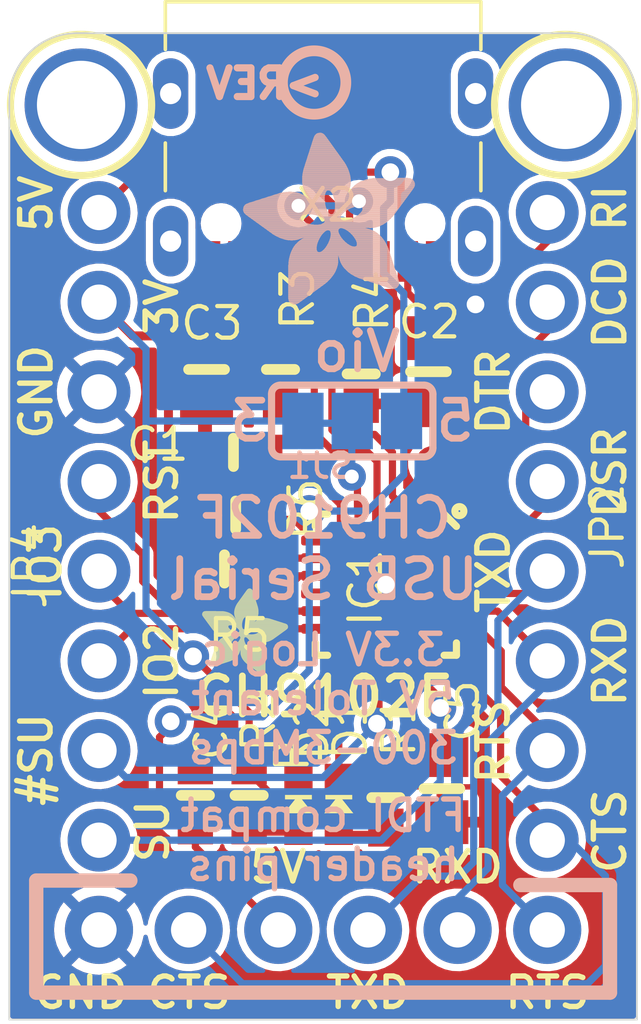
<source format=kicad_pcb>
(kicad_pcb (version 20211014) (generator pcbnew)
  (layers (0 "F.Cu" signal) (31 "B.Cu" signal) (34 "B.Paste" user) (35 "F.Paste" user) (36 "B.SilkS" user "B.Silkscreen") (37 "F.SilkS" user "F.Silkscreen") (38 "B.Mask" user) (39 "F.Mask" user) (44 "Edge.Cuts" user))
  (net 0 "")
  (net 1 "GND")
  (net 2 "VBUS")
  (net 3 "3.3V")
  (net 4 "N$1")
  (net 5 "N$5")
  (net 6 "N$6")
  (net 7 "N$7")
  (net 8 "RXD")
  (net 9 "TXD")
  (net 10 "CTS")
  (net 11 "RTS")
  (net 12 "GPIO2")
  (net 13 "GPIO3")
  (net 14 "RI")
  (net 15 "DCD")
  (net 16 "DTR")
  (net 17 "DSR")
  (net 18 "SUSP")
  (net 19 "#SUSP")
  (net 20 "RST")
  (net 21 "D+")
  (net 22 "D-")
  (net 23 "CC1")
  (net 24 "CC2")
  (net 25 "VBUS_DETECT")
  (net 26 "N$2")
  (net 27 "N$3")
  (net 28 "N$4")
  (footprint "eagleBoard:MOUNTINGHOLE_2.5_PLATED" (layer "F.Cu") (at 155.3591 93.0656)
    (fp_text reference "U$18" hide)
    (fp_text value "MOUNTINGHOLE2.5" hide)
    (pad "P$1" thru_hole circle (at 0 0) (size 3.2 3.2) (drill 2.5) (layers *.Cu *.Mask))
    (zone (net 0) (net_name "") (layer "F.Cu") (connect_pads (clearance 0)) (min_thickness 0.254)
      (keepout (tracks not_allowed) (vias not_allowed) (pads not_allowed) (copperpour not_allowed) (footprints allowed))
      (fill (thermal_gap 0.508) (thermal_bridge_width 0.508))
      (polygon (pts (xy 157.3751 93.0656) (xy 157.344472 92.715525) (xy 157.25352 92.376087) (xy 157.105007 92.0576) (xy 156.903446 91.76974) (xy 156.65496 91.521254) (xy 156.3671 91.319693) (xy 156.048613 91.17118) (xy 155.709175 91.080228) (xy 155.3591 91.0496) (xy 155.009025 91.080228) (xy 154.669587 91.17118) (xy 154.3511 91.319693) (xy 154.06324 91.521254) (xy 153.814754 91.76974) (xy 153.613193 92.0576) (xy 153.46468 92.376087) (xy 153.373728 92.715525) (xy 153.3431 93.0656) (xy 153.373728 93.415675) (xy 153.46468 93.755113) (xy 153.613193 94.0736) (xy 153.814754 94.36146) (xy 154.06324 94.609946) (xy 154.3511 94.811507) (xy 154.669587 94.96002) (xy 155.009025 95.050972) (xy 155.3591 95.0816) (xy 155.709175 95.050972) (xy 156.048613 94.96002) (xy 156.3671 94.811507) (xy 156.65496 94.609946) (xy 156.903446 94.36146) (xy 157.105007 94.0736) (xy 157.25352 93.755113) (xy 157.344472 93.415675)))
      (polygon (pts (xy 155.3431 93.0656) (xy 155.343343 93.068378) (xy 155.344065 93.071072) (xy 155.345244 93.0736) (xy 155.346843 93.075885) (xy 155.348815 93.077857) (xy 155.3511 93.079456) (xy 155.353628 93.080635) (xy 155.356322 93.081357) (xy 155.3591 93.0816) (xy 155.361878 93.081357) (xy 155.364572 93.080635) (xy 155.3671 93.079456) (xy 155.369385 93.077857) (xy 155.371357 93.075885) (xy 155.372956 93.0736) (xy 155.374135 93.071072) (xy 155.374857 93.068378) (xy 155.3751 93.0656) (xy 155.374857 93.062822) (xy 155.374135 93.060128) (xy 155.372956 93.0576) (xy 155.371357 93.055315) (xy 155.369385 93.053343) (xy 155.3671 93.051744) (xy 155.364572 93.050565) (xy 155.361878 93.049843) (xy 155.3591 93.0496) (xy 155.356322 93.049843) (xy 155.353628 93.050565) (xy 155.3511 93.051744) (xy 155.348815 93.053343) (xy 155.346843 93.055315) (xy 155.345244 93.0576) (xy 155.344065 93.060128) (xy 155.343343 93.062822)))
    )
    (zone (net 0) (net_name "") (layer "B.Cu") (connect_pads (clearance 0)) (min_thickness 0.254)
      (keepout (tracks not_allowed) (vias not_allowed) (pads not_allowed) (copperpour not_allowed) (footprints allowed))
      (fill (thermal_gap 0.508) (thermal_bridge_width 0.508))
      (polygon (pts (xy 157.3751 93.0656) (xy 157.344472 92.715525) (xy 157.25352 92.376087) (xy 157.105007 92.0576) (xy 156.903446 91.76974) (xy 156.65496 91.521254) (xy 156.3671 91.319693) (xy 156.048613 91.17118) (xy 155.709175 91.080228) (xy 155.3591 91.0496) (xy 155.009025 91.080228) (xy 154.669587 91.17118) (xy 154.3511 91.319693) (xy 154.06324 91.521254) (xy 153.814754 91.76974) (xy 153.613193 92.0576) (xy 153.46468 92.376087) (xy 153.373728 92.715525) (xy 153.3431 93.0656) (xy 153.373728 93.415675) (xy 153.46468 93.755113) (xy 153.613193 94.0736) (xy 153.814754 94.36146) (xy 154.06324 94.609946) (xy 154.3511 94.811507) (xy 154.669587 94.96002) (xy 155.009025 95.050972) (xy 155.3591 95.0816) (xy 155.709175 95.050972) (xy 156.048613 94.96002) (xy 156.3671 94.811507) (xy 156.65496 94.609946) (xy 156.903446 94.36146) (xy 157.105007 94.0736) (xy 157.25352 93.755113) (xy 157.344472 93.415675)))
      (polygon (pts (xy 155.3431 93.0656) (xy 155.343343 93.068378) (xy 155.344065 93.071072) (xy 155.345244 93.0736) (xy 155.346843 93.075885) (xy 155.348815 93.077857) (xy 155.3511 93.079456) (xy 155.353628 93.080635) (xy 155.356322 93.081357) (xy 155.3591 93.0816) (xy 155.361878 93.081357) (xy 155.364572 93.080635) (xy 155.3671 93.079456) (xy 155.369385 93.077857) (xy 155.371357 93.075885) (xy 155.372956 93.0736) (xy 155.374135 93.071072) (xy 155.374857 93.068378) (xy 155.3751 93.0656) (xy 155.374857 93.062822) (xy 155.374135 93.060128) (xy 155.372956 93.0576) (xy 155.371357 93.055315) (xy 155.369385 93.053343) (xy 155.3671 93.051744) (xy 155.364572 93.050565) (xy 155.361878 93.049843) (xy 155.3591 93.0496) (xy 155.356322 93.049843) (xy 155.353628 93.050565) (xy 155.3511 93.051744) (xy 155.348815 93.053343) (xy 155.346843 93.055315) (xy 155.345244 93.0576) (xy 155.344065 93.060128) (xy 155.343343 93.062822)))
    )
  )
  (footprint "eagleBoard:1X08_ROUND_70" (layer "F.Cu") (at 142.1511 105.0036 -90)
    (fp_text reference "JP4" (at -0.1778 1.9558 90) (layer "F.SilkS") (effects (font (size 0.896031 0.896031) (thickness 0.119969)) (justify right)))
    (fp_text value "Control")
    (pad "1" thru_hole circle (at -8.89 0) (size 1.778 1.778) (drill 1) (layers *.Cu *.Mask) (net 2 "VBUS"))
    (pad "2" thru_hole circle (at -6.35 0) (size 1.778 1.778) (drill 1) (layers *.Cu *.Mask) (net 3 "3.3V"))
    (pad "3" thru_hole circle (at -3.81 0) (size 1.778 1.778) (drill 1) (layers *.Cu *.Mask) (net 1 "GND"))
    (pad "4" thru_hole circle (at -1.27 0) (size 1.778 1.778) (drill 1) (layers *.Cu *.Mask) (net 20 "RST"))
    (pad "5" thru_hole circle (at 1.27 0) (size 1.778 1.778) (drill 1) (layers *.Cu *.Mask) (net 13 "GPIO3"))
    (pad "6" thru_hole circle (at 3.81 0) (size 1.778 1.778) (drill 1) (layers *.Cu *.Mask) (net 12 "GPIO2"))
    (pad "7" thru_hole circle (at 6.35 0) (size 1.778 1.778) (drill 1) (layers *.Cu *.Mask) (net 19 "#SUSP"))
    (pad "8" thru_hole circle (at 8.89 0) (size 1.778 1.778) (drill 1) (layers *.Cu *.Mask) (net 18 "SUSP"))
  )
  (footprint "eagleBoard:1X06_ROUND_76" (layer "F.Cu") (at 148.5011 116.4336)
    (fp_text reference "JP1" hide)
    (fp_text value "FTDI")
    (pad "1" thru_hole circle (at -6.35 0 90) (size 1.9304 1.9304) (drill 1) (layers *.Cu *.Mask) (net 1 "GND"))
    (pad "2" thru_hole circle (at -3.81 0 90) (size 1.9304 1.9304) (drill 1) (layers *.Cu *.Mask) (net 10 "CTS"))
    (pad "3" thru_hole circle (at -1.27 0 90) (size 1.9304 1.9304) (drill 1) (layers *.Cu *.Mask) (net 2 "VBUS"))
    (pad "4" thru_hole circle (at 1.27 0 90) (size 1.9304 1.9304) (drill 1) (layers *.Cu *.Mask) (net 9 "TXD"))
    (pad "5" thru_hole circle (at 3.81 0 90) (size 1.9304 1.9304) (drill 1) (layers *.Cu *.Mask) (net 8 "RXD"))
    (pad "6" thru_hole circle (at 6.35 0 90) (size 1.9304 1.9304) (drill 1) (layers *.Cu *.Mask) (net 11 "RTS"))
  )
  (footprint "eagleBoard:0805-NO" (layer "F.Cu") (at 145.1991 100.5586 -90)
    (fp_text reference "C3" (at -1.3081 0.8001) (layer "F.SilkS") (effects (font (size 0.896031 0.896031) (thickness 0.119969)) (justify left)))
    (fp_text value "10uF")
    (pad "1" smd rect (at -0.95 0 270) (size 1.24 1.5) (layers "F.Cu" "F.Paste" "F.Mask") (net 3 "3.3V"))
    (pad "2" smd rect (at 0.95 0 270) (size 1.24 1.5) (layers "F.Cu" "F.Paste" "F.Mask") (net 1 "GND"))
  )
  (footprint "eagleBoard:FIDUCIAL_1MM" (layer "F.Cu") (at 140.5001 115.0366)
    (fp_text reference "FID1" hide)
    (fp_text value "FIDUCIAL_1MM" hide)
    (pad "1" smd roundrect (at 0 0) (size 1 1) (layers "F.Cu" "F.Mask") (roundrect_rratio 0.5))
  )
  (footprint "eagleBoard:CHIPLED_0603_NOOUTLINE" (layer "F.Cu") (at 148.9456 112.8776)
    (fp_text reference "D1" (at 0.3302 -1.1938 90) (layer "F.SilkS") (effects (font (size 0.896031 0.896031) (thickness 0.119969)) (justify left)))
    (fp_text value "RED")
    (pad "A" smd rect (at 0 0.75) (size 0.8 0.8) (layers "F.Cu" "F.Paste" "F.Mask") (net 4 "N$1"))
    (pad "C" smd rect (at 0 -0.75) (size 0.8 0.8) (layers "F.Cu" "F.Paste" "F.Mask") (net 6 "N$6"))
  )
  (footprint "eagleBoard:0603-NO" (layer "F.Cu") (at 147.2946 100.5586 90)
    (fp_text reference "R3" (at 1.0414 0.4826 90) (layer "F.SilkS") (effects (font (size 0.896031 0.896031) (thickness 0.119969)) (justify left)))
    (fp_text value "5.1K")
    (pad "1" smd rect (at -0.85 0 90) (size 1.075 1) (layers "F.Cu" "F.Paste" "F.Mask") (net 1 "GND"))
    (pad "2" smd rect (at 0.85 0 90) (size 1.075 1) (layers "F.Cu" "F.Paste" "F.Mask") (net 24 "CC2"))
  )
  (footprint "eagleBoard:QFN24_4MM_SMSC" (layer "F.Cu") (at 150.2791 106.6546 -90)
    (fp_text reference "IC1" (at -1.0784 0.5782 90) (layer "F.SilkS") (effects (font (size 0.896031 0.896031) (thickness 0.119969)) (justify right)))
    (fp_text value "CH9102F")
    (pad "1" smd roundrect (at -2 -1.25 90) (size 0.8 0.28) (layers "F.Cu" "F.Paste" "F.Mask") (net 14 "RI"))
    (pad "2" smd roundrect (at -2 -0.75 90) (size 0.8 0.28) (layers "F.Cu" "F.Paste" "F.Mask") (net 1 "GND"))
    (pad "3" smd roundrect (at -2 -0.25 90) (size 0.8 0.28) (layers "F.Cu" "F.Paste" "F.Mask") (net 21 "D+"))
    (pad "4" smd roundrect (at -2 0.25 90) (size 0.8 0.28) (layers "F.Cu" "F.Paste" "F.Mask") (net 22 "D-"))
    (pad "5" smd roundrect (at -2 0.75 90) (size 0.8 0.28) (layers "F.Cu" "F.Paste" "F.Mask") (net 27 "N$3"))
    (pad "6" smd roundrect (at -2 1.25 90) (size 0.8 0.28) (layers "F.Cu" "F.Paste" "F.Mask") (net 3 "3.3V"))
    (pad "7" smd roundrect (at -1.25 2) (size 0.8 0.28) (layers "F.Cu" "F.Paste" "F.Mask") (net 2 "VBUS"))
    (pad "8" smd roundrect (at -0.75 2) (size 0.8 0.28) (layers "F.Cu" "F.Paste" "F.Mask") (net 25 "VBUS_DETECT"))
    (pad "9" smd roundrect (at -0.25 2) (size 0.8 0.28) (layers "F.Cu" "F.Paste" "F.Mask") (net 20 "RST"))
    (pad "10" smd roundrect (at 0.25 2) (size 0.8 0.28) (layers "F.Cu" "F.Paste" "F.Mask"))
    (pad "11" smd roundrect (at 0.75 2) (size 0.8 0.28) (layers "F.Cu" "F.Paste" "F.Mask") (net 13 "GPIO3"))
    (pad "12" smd roundrect (at 1.25 2) (size 0.8 0.28) (layers "F.Cu" "F.Paste" "F.Mask") (net 12 "GPIO2"))
    (pad "13" smd roundrect (at 2 1.25 270) (size 0.8 0.28) (layers "F.Cu" "F.Paste" "F.Mask") (net 7 "N$7"))
    (pad "14" smd roundrect (at 2 0.75 270) (size 0.8 0.28) (layers "F.Cu" "F.Paste" "F.Mask") (net 6 "N$6"))
    (pad "15" smd roundrect (at 2 0.25 270) (size 0.8 0.28) (layers "F.Cu" "F.Paste" "F.Mask") (net 19 "#SUSP"))
    (pad "16" smd roundrect (at 2 -0.25 270) (size 0.8 0.28) (layers "F.Cu" "F.Paste" "F.Mask") (net 26 "N$2"))
    (pad "17" smd roundrect (at 2 -0.75 270) (size 0.8 0.28) (layers "F.Cu" "F.Paste" "F.Mask") (net 18 "SUSP"))
    (pad "18" smd roundrect (at 2 -1.25 270) (size 0.8 0.28) (layers "F.Cu" "F.Paste" "F.Mask") (net 10 "CTS"))
    (pad "19" smd roundrect (at 1.25 -2 180) (size 0.8 0.28) (layers "F.Cu" "F.Paste" "F.Mask") (net 11 "RTS"))
    (pad "20" smd roundrect (at 0.75 -2 180) (size 0.8 0.28) (layers "F.Cu" "F.Paste" "F.Mask") (net 8 "RXD"))
    (pad "21" smd roundrect (at 0.25 -2 180) (size 0.8 0.28) (layers "F.Cu" "F.Paste" "F.Mask") (net 9 "TXD"))
    (pad "22" smd roundrect (at -0.25 -2 180) (size 0.8 0.28) (layers "F.Cu" "F.Paste" "F.Mask") (net 17 "DSR"))
    (pad "23" smd roundrect (at -0.75 -2 180) (size 0.8 0.28) (layers "F.Cu" "F.Paste" "F.Mask") (net 16 "DTR"))
    (pad "24" smd roundrect (at -1.25 -2 180) (size 0.8 0.28) (layers "F.Cu" "F.Paste" "F.Mask") (net 15 "DCD"))
    (pad "THERM" smd rect (at 0 0 270) (size 2.5 2.5) (layers "F.Cu" "F.Mask") (net 1 "GND"))
  )
  (footprint "eagleBoard:CHIPLED_0603_NOOUTLINE" (layer "F.Cu") (at 147.8026 112.8776)
    (fp_text reference "D2" (at 0.381 -1.1684 90) (layer "F.SilkS") (effects (font (size 0.896031 0.896031) (thickness 0.119969)) (justify left)))
    (fp_text value "GREEN")
    (pad "A" smd rect (at 0 0.75) (size 0.8 0.8) (layers "F.Cu" "F.Paste" "F.Mask") (net 5 "N$5"))
    (pad "C" smd rect (at 0 -0.75) (size 0.8 0.8) (layers "F.Cu" "F.Paste" "F.Mask") (net 7 "N$7"))
  )
  (footprint "eagleBoard:1X08_ROUND_70" (layer "F.Cu") (at 154.8511 105.0036 90)
    (fp_text reference "JP2" (at -1.2954 1.7018 90) (layer "F.SilkS") (effects (font (size 0.896031 0.896031) (thickness 0.119969)) (justify left)))
    (fp_text value "Modem")
    (pad "1" thru_hole circle (at -8.89 0 180) (size 1.778 1.778) (drill 1) (layers *.Cu *.Mask) (net 10 "CTS"))
    (pad "2" thru_hole circle (at -6.35 0 180) (size 1.778 1.778) (drill 1) (layers *.Cu *.Mask) (net 11 "RTS"))
    (pad "3" thru_hole circle (at -3.81 0 180) (size 1.778 1.778) (drill 1) (layers *.Cu *.Mask) (net 8 "RXD"))
    (pad "4" thru_hole circle (at -1.27 0 180) (size 1.778 1.778) (drill 1) (layers *.Cu *.Mask) (net 9 "TXD"))
    (pad "5" thru_hole circle (at 1.27 0 180) (size 1.778 1.778) (drill 1) (layers *.Cu *.Mask) (net 17 "DSR"))
    (pad "6" thru_hole circle (at 3.81 0 180) (size 1.778 1.778) (drill 1) (layers *.Cu *.Mask) (net 16 "DTR"))
    (pad "7" thru_hole circle (at 6.35 0 180) (size 1.778 1.778) (drill 1) (layers *.Cu *.Mask) (net 15 "DCD"))
    (pad "8" thru_hole circle (at 8.89 0 180) (size 1.778 1.778) (drill 1) (layers *.Cu *.Mask) (net 14 "RI"))
  )
  (footprint "eagleBoard:FIDUCIAL_1MM" (layer "F.Cu") (at 151.6126 103.2256)
    (fp_text reference "FID2" hide)
    (fp_text value "FIDUCIAL_1MM" hide)
    (pad "1" smd roundrect (at 0 0) (size 1 1) (layers "F.Cu" "F.Mask") (roundrect_rratio 0.5))
  )
  (footprint "eagleBoard:0603-NO" (layer "F.Cu") (at 146.4056 112.6236 90)
    (fp_text reference "R2" (at 1.1557 0.2667 90) (layer "F.SilkS") (effects (font (size 0.896031 0.896031) (thickness 0.119969)) (justify left)))
    (fp_text value "5.1K")
    (pad "1" smd rect (at -0.85 0 90) (size 1.075 1) (layers "F.Cu" "F.Paste" "F.Mask") (net 5 "N$5"))
    (pad "2" smd rect (at 0.85 0 90) (size 1.075 1) (layers "F.Cu" "F.Paste" "F.Mask") (net 3 "3.3V"))
  )
  (footprint "eagleBoard:MOUNTINGHOLE_2.5_PLATED" (layer "F.Cu") (at 141.6431 93.0656)
    (fp_text reference "U$19" hide)
    (fp_text value "MOUNTINGHOLE2.5" hide)
    (pad "P$1" thru_hole circle (at 0 0) (size 3.2 3.2) (drill 2.5) (layers *.Cu *.Mask))
    (zone (net 0) (net_name "") (layer "F.Cu") (connect_pads (clearance 0)) (min_thickness 0.254)
      (keepout (tracks not_allowed) (vias not_allowed) (pads not_allowed) (copperpour not_allowed) (footprints allowed))
      (fill (thermal_gap 0.508) (thermal_bridge_width 0.508))
      (polygon (pts (xy 143.6591 93.0656) (xy 143.628472 92.715525) (xy 143.53752 92.376087) (xy 143.389007 92.0576) (xy 143.187446 91.76974) (xy 142.93896 91.521254) (xy 142.6511 91.319693) (xy 142.332613 91.17118) (xy 141.993175 91.080228) (xy 141.6431 91.0496) (xy 141.293025 91.080228) (xy 140.953587 91.17118) (xy 140.6351 91.319693) (xy 140.34724 91.521254) (xy 140.098754 91.76974) (xy 139.897193 92.0576) (xy 139.74868 92.376087) (xy 139.657728 92.715525) (xy 139.6271 93.0656) (xy 139.657728 93.415675) (xy 139.74868 93.755113) (xy 139.897193 94.0736) (xy 140.098754 94.36146) (xy 140.34724 94.609946) (xy 140.6351 94.811507) (xy 140.953587 94.96002) (xy 141.293025 95.050972) (xy 141.6431 95.0816) (xy 141.993175 95.050972) (xy 142.332613 94.96002) (xy 142.6511 94.811507) (xy 142.93896 94.609946) (xy 143.187446 94.36146) (xy 143.389007 94.0736) (xy 143.53752 93.755113) (xy 143.628472 93.415675)))
      (polygon (pts (xy 141.6271 93.0656) (xy 141.627343 93.068378) (xy 141.628065 93.071072) (xy 141.629244 93.0736) (xy 141.630843 93.075885) (xy 141.632815 93.077857) (xy 141.6351 93.079456) (xy 141.637628 93.080635) (xy 141.640322 93.081357) (xy 141.6431 93.0816) (xy 141.645878 93.081357) (xy 141.648572 93.080635) (xy 141.6511 93.079456) (xy 141.653385 93.077857) (xy 141.655357 93.075885) (xy 141.656956 93.0736) (xy 141.658135 93.071072) (xy 141.658857 93.068378) (xy 141.6591 93.0656) (xy 141.658857 93.062822) (xy 141.658135 93.060128) (xy 141.656956 93.0576) (xy 141.655357 93.055315) (xy 141.653385 93.053343) (xy 141.6511 93.051744) (xy 141.648572 93.050565) (xy 141.645878 93.049843) (xy 141.6431 93.0496) (xy 141.640322 93.049843) (xy 141.637628 93.050565) (xy 141.6351 93.051744) (xy 141.632815 93.053343) (xy 141.630843 93.055315) (xy 141.629244 93.0576) (xy 141.628065 93.060128) (xy 141.627343 93.062822)))
    )
    (zone (net 0) (net_name "") (layer "B.Cu") (connect_pads (clearance 0)) (min_thickness 0.254)
      (keepout (tracks not_allowed) (vias not_allowed) (pads not_allowed) (copperpour not_allowed) (footprints allowed))
      (fill (thermal_gap 0.508) (thermal_bridge_width 0.508))
      (polygon (pts (xy 143.6591 93.0656) (xy 143.628472 92.715525) (xy 143.53752 92.376087) (xy 143.389007 92.0576) (xy 143.187446 91.76974) (xy 142.93896 91.521254) (xy 142.6511 91.319693) (xy 142.332613 91.17118) (xy 141.993175 91.080228) (xy 141.6431 91.0496) (xy 141.293025 91.080228) (xy 140.953587 91.17118) (xy 140.6351 91.319693) (xy 140.34724 91.521254) (xy 140.098754 91.76974) (xy 139.897193 92.0576) (xy 139.74868 92.376087) (xy 139.657728 92.715525) (xy 139.6271 93.0656) (xy 139.657728 93.415675) (xy 139.74868 93.755113) (xy 139.897193 94.0736) (xy 140.098754 94.36146) (xy 140.34724 94.609946) (xy 140.6351 94.811507) (xy 140.953587 94.96002) (xy 141.293025 95.050972) (xy 141.6431 95.0816) (xy 141.993175 95.050972) (xy 142.332613 94.96002) (xy 142.6511 94.811507) (xy 142.93896 94.609946) (xy 143.187446 94.36146) (xy 143.389007 94.0736) (xy 143.53752 93.755113) (xy 143.628472 93.415675)))
      (polygon (pts (xy 141.6271 93.0656) (xy 141.627343 93.068378) (xy 141.628065 93.071072) (xy 141.629244 93.0736) (xy 141.630843 93.075885) (xy 141.632815 93.077857) (xy 141.6351 93.079456) (xy 141.637628 93.080635) (xy 141.640322 93.081357) (xy 141.6431 93.0816) (xy 141.645878 93.081357) (xy 141.648572 93.080635) (xy 141.6511 93.079456) (xy 141.653385 93.077857) (xy 141.655357 93.075885) (xy 141.656956 93.0736) (xy 141.658135 93.071072) (xy 141.658857 93.068378) (xy 141.6591 93.0656) (xy 141.658857 93.062822) (xy 141.658135 93.060128) (xy 141.656956 93.0576) (xy 141.655357 93.055315) (xy 141.653385 93.053343) (xy 141.6511 93.051744) (xy 141.648572 93.050565) (xy 141.645878 93.049843) (xy 141.6431 93.0496) (xy 141.640322 93.049843) (xy 141.637628 93.050565) (xy 141.6351 93.051744) (xy 141.632815 93.053343) (xy 141.630843 93.055315) (xy 141.629244 93.0576) (xy 141.628065 93.060128) (xy 141.627343 93.062822)))
    )
  )
  (footprint "eagleBoard:0603-NO" (layer "F.Cu") (at 145.7071 106.2101)
    (fp_text reference "R5" (at -0.5334 1.8796) (layer "F.SilkS") (effects (font (size 0.896031 0.896031) (thickness 0.119969)) (justify left)))
    (fp_text value "47K")
    (pad "1" smd rect (at -0.85 0) (size 1.075 1) (layers "F.Cu" "F.Paste" "F.Mask") (net 1 "GND"))
    (pad "2" smd rect (at 0.85 0) (size 1.075 1) (layers "F.Cu" "F.Paste" "F.Mask") (net 25 "VBUS_DETECT"))
  )
  (footprint "eagleBoard:ADAFRUIT_2.5MM" (layer "F.Cu") (at 145.0721 109.1946)
    (fp_text reference "U$8" hide)
    (fp_text value "" hide)
  )
  (footprint "eagleBoard:USB_C_CUSB31-CFM2AX-01-X" (layer "F.Cu") (at 148.5011 95.2246 180)
    (fp_text reference "X2" (at 0.8168 -0.679) (layer "F.SilkS") (effects (font (size 0.896031 0.896031) (thickness 0.119969)) (justify left)))
    (fp_text value "USB TYPE C")
    (pad "" np_thru_hole circle (at -2.89 -1.2 180) (size 0.65 0.65) (drill 0.65) (layers *.Cu *.Mask))
    (pad "" np_thru_hole circle (at 2.89 -1.2 180) (size 0.65 0.65) (drill 0.65) (layers *.Cu *.Mask))
    (pad "A1B12" smd rect (at -3.2 -2.275 180) (size 0.575 1.15) (layers "F.Cu" "F.Mask") (net 1 "GND"))
    (pad "A4B9" smd rect (at -2.4 -2.275 180) (size 0.575 1.15) (layers "F.Cu" "F.Mask") (net 2 "VBUS"))
    (pad "A5" smd rect (at -1.25 -2.275 180) (size 0.275 1.15) (layers "F.Cu" "F.Paste" "F.Mask") (net 23 "CC1"))
    (pad "A6" smd rect (at -0.25 -2.275 180) (size 0.275 1.15) (layers "F.Cu" "F.Paste" "F.Mask") (net 21 "D+"))
    (pad "A7" smd rect (at 0.25 -2.275 180) (size 0.275 1.15) (layers "F.Cu" "F.Paste" "F.Mask") (net 22 "D-"))
    (pad "A8" smd rect (at 1.25 -2.275 180) (size 0.275 1.15) (layers "F.Cu" "F.Paste" "F.Mask"))
    (pad "B1A12" smd rect (at 3.2 -2.275 180) (size 0.575 1.15) (layers "F.Cu" "F.Mask") (net 1 "GND"))
    (pad "B4A9" smd rect (at 2.4 -2.275 180) (size 0.575 1.15) (layers "F.Cu" "F.Mask") (net 2 "VBUS"))
    (pad "B5" smd rect (at 1.75 -2.275 180) (size 0.275 1.15) (layers "F.Cu" "F.Paste" "F.Mask") (net 24 "CC2"))
    (pad "B6" smd rect (at 0.75 -2.275 180) (size 0.275 1.15) (layers "F.Cu" "F.Paste" "F.Mask") (net 21 "D+"))
    (pad "B7" smd rect (at -0.75 -2.275 180) (size 0.275 1.15) (layers "F.Cu" "F.Paste" "F.Mask") (net 22 "D-"))
    (pad "B8" smd rect (at -1.75 -2.275 180) (size 0.275 1.15) (layers "F.Cu" "F.Paste" "F.Mask"))
    (pad "M1" thru_hole oval (at -4.32 -1.7 270) (size 2 1) (drill 0.6) (layers *.Cu *.Mask))
    (pad "M2" thru_hole oval (at 4.32 -1.7 270) (size 2 1) (drill 0.6) (layers *.Cu *.Mask))
    (pad "M3" thru_hole oval (at -4.32 2.48 270) (size 2 1) (drill 0.6) (layers *.Cu *.Mask))
    (pad "M4" thru_hole oval (at 4.32 2.48 270) (size 2 1) (drill 0.6) (layers *.Cu *.Mask))
  )
  (footprint "eagleBoard:0805-NO" (layer "F.Cu") (at 151.8666 112.4331 -90)
    (fp_text reference "C5" (at -1.2446 -0.5842 90) (layer "F.SilkS") (effects (font (size 0.896031 0.896031) (thickness 0.119969)) (justify left)))
    (fp_text value "10uF")
    (pad "1" smd rect (at -0.95 0 270) (size 1.24 1.5) (layers "F.Cu" "F.Paste" "F.Mask") (net 26 "N$2"))
    (pad "2" smd rect (at 0.95 0 270) (size 1.24 1.5) (layers "F.Cu" "F.Paste" "F.Mask") (net 1 "GND"))
  )
  (footprint "eagleBoard:0603-NO" (layer "F.Cu") (at 144.8816 112.6236 90)
    (fp_text reference "C4" (at 0.9144 0.4572 90) (layer "F.SilkS") (effects (font (size 0.896031 0.896031) (thickness 0.119969)) (justify left)))
    (fp_text value "0.1uF")
    (pad "1" smd rect (at -0.85 0 90) (size 1.075 1) (layers "F.Cu" "F.Paste" "F.Mask") (net 2 "VBUS"))
    (pad "2" smd rect (at 0.85 0 90) (size 1.075 1) (layers "F.Cu" "F.Paste" "F.Mask") (net 1 "GND"))
  )
  (footprint "eagleBoard:0805-NO" (layer "F.Cu") (at 151.4856 100.6221 -90)
    (fp_text reference "C2" (at -1.4097 0.9271) (layer "F.SilkS") (effects (font (size 0.896031 0.896031) (thickness 0.119969)) (justify left)))
    (fp_text value "10uF")
    (pad "1" smd rect (at -0.95 0 270) (size 1.24 1.5) (layers "F.Cu" "F.Paste" "F.Mask") (net 2 "VBUS"))
    (pad "2" smd rect (at 0.95 0 270) (size 1.24 1.5) (layers "F.Cu" "F.Paste" "F.Mask") (net 1 "GND"))
  )
  (footprint "eagleBoard:0603-NO" (layer "F.Cu") (at 150.2791 112.6871 90)
    (fp_text reference "R1" (at 1.0795 0.3683 90) (layer "F.SilkS") (effects (font (size 0.896031 0.896031) (thickness 0.119969)) (justify left)))
    (fp_text value "5.1K")
    (pad "1" smd rect (at -0.85 0 90) (size 1.075 1) (layers "F.Cu" "F.Paste" "F.Mask") (net 4 "N$1"))
    (pad "2" smd rect (at 0.85 0 90) (size 1.075 1) (layers "F.Cu" "F.Paste" "F.Mask") (net 3 "3.3V"))
  )
  (footprint "eagleBoard:0603-NO" (layer "F.Cu") (at 146.0246 104.6861)
    (fp_text reference "R6" (at 1.9812 0.7874 90) (layer "F.SilkS") (effects (font (size 0.896031 0.896031) (thickness 0.119969)) (justify left)))
    (fp_text value "20K")
    (pad "1" smd rect (at -0.85 0) (size 1.075 1) (layers "F.Cu" "F.Paste" "F.Mask") (net 25 "VBUS_DETECT"))
    (pad "2" smd rect (at 0.85 0) (size 1.075 1) (layers "F.Cu" "F.Paste" "F.Mask") (net 2 "VBUS"))
  )
  (footprint "eagleBoard:0603-NO" (layer "F.Cu") (at 145.9611 102.9081 180)
    (fp_text reference "C1" (at 1.1938 0.2286) (layer "F.SilkS") (effects (font (size 0.896031 0.896031) (thickness 0.119969)) (justify right)))
    (fp_text value "0.1uF")
    (pad "1" smd rect (at -0.85 0 180) (size 1.075 1) (layers "F.Cu" "F.Paste" "F.Mask") (net 3 "3.3V"))
    (pad "2" smd rect (at 0.85 0 180) (size 1.075 1) (layers "F.Cu" "F.Paste" "F.Mask") (net 1 "GND"))
  )
  (footprint "eagleBoard:0603-NO" (layer "F.Cu") (at 149.5806 100.6856 90)
    (fp_text reference "R4" (at 1.1176 0.3048 90) (layer "F.SilkS") (effects (font (size 0.896031 0.896031) (thickness 0.119969)) (justify left)))
    (fp_text value "5.1K")
    (pad "1" smd rect (at -0.85 0 90) (size 1.075 1) (layers "F.Cu" "F.Paste" "F.Mask") (net 1 "GND"))
    (pad "2" smd rect (at 0.85 0 90) (size 1.075 1) (layers "F.Cu" "F.Paste" "F.Mask") (net 23 "CC1"))
  )
  (footprint "eagleBoard:PCBFEAT-REV-040" (layer "B.Cu") (at 148.2471 92.4306 180)
    (fp_text reference "U$17" hide)
    (fp_text value "" hide)
    (fp_text user ">REV" (at -0.3556 -0.508) (layer "B.SilkS") (effects (font (size 0.8128 0.8128) (thickness 0.2032)) (justify left bottom mirror)))
  )
  (footprint "eagleBoard:SOLDERJUMPER_2WAY_OPEN_NOPASTE" (layer "B.Cu") (at 149.3266 102.0191)
    (fp_text reference "SJ1" (at -1.905 1.27) (layer "B.SilkS") (effects (font (size 0.692831 0.692831) (thickness 0.119969)) (justify right mirror)))
    (fp_text value "")
    (pad "1" smd rect (at -1.397 0) (size 1.1684 1.6002) (layers "B.Cu") (net 3 "3.3V"))
    (pad "2" smd rect (at 0 0) (size 1.1684 1.6002) (layers "B.Cu") (net 27 "N$3"))
    (pad "3" smd rect (at 1.397 0) (size 1.1684 1.6002) (layers "B.Cu") (net 2 "VBUS"))
  )
  (footprint "eagleBoard:ADAFRUIT_5MM" (layer "B.Cu") (at 151.1046 98.7171 180)
    (fp_text reference "U$22" hide)
    (fp_text value "" hide)
  )
  (gr_line (start 140.3731 115.0366) (end 140.3731 118.2116) (layer "B.SilkS") (width 0.4064))
  (gr_line (start 156.6291 118.2116) (end 156.6291 115.1636) (layer "B.SilkS") (width 0.4064))
  (gr_line (start 156.6291 115.1636) (end 154.0891 115.1636) (layer "B.SilkS") (width 0.4064))
  (gr_line (start 140.3731 118.2116) (end 156.6291 118.2116) (layer "B.SilkS") (width 0.4064))
  (gr_line (start 143.0401 115.0366) (end 140.3731 115.0366) (layer "B.SilkS") (width 0.4064))
  (gr_arc (start 139.6111 92.9386) (mid 140.169062 91.591562) (end 141.5161 91.0336) (layer "Edge.Cuts") (width 0.05))
  (gr_line (start 139.6111 118.9736) (end 139.6111 92.9386) (layer "Edge.Cuts") (width 0.05))
  (gr_line (start 141.5161 91.0336) (end 155.4861 91.0336) (layer "Edge.Cuts") (width 0.05))
  (gr_line (start 157.3911 92.9386) (end 157.3911 118.9736) (layer "Edge.Cuts") (width 0.05))
  (gr_arc (start 155.4861 91.0336) (mid 156.833138 91.591562) (end 157.3911 92.9386) (layer "Edge.Cuts") (width 0.05))
  (gr_line (start 157.3911 118.9736) (end 139.6111 118.9736) (layer "Edge.Cuts") (width 0.05))
  (gr_text "3" (at 146.4056 102.0191) (layer "B.SilkS") (effects (font (size 1.0795 1.0795) (thickness 0.1905)) (justify mirror)))
  (gr_text "FTDI compat\nheader pins" (at 148.5011 113.8936) (layer "B.SilkS") (effects (font (size 0.8636 0.8636) (thickness 0.1524)) (justify mirror)))
  (gr_text "5" (at 152.2476 102.0191) (layer "B.SilkS") (effects (font (size 1.0795 1.0795) (thickness 0.1905)) (justify mirror)))
  (gr_text "CH9102F\nUSB Serial" (at 148.5011 105.6386) (layer "B.SilkS") (effects (font (size 1.0795 1.0795) (thickness 0.1905)) (justify mirror)))
  (gr_text "Vio" (at 149.4536 100.0506) (layer "B.SilkS") (effects (font (size 1.0795 1.0795) (thickness 0.1905)) (justify mirror)))
  (gr_text "3.3V Logic\n5V Tolerant\n300-3Mbps" (at 148.5011 109.8931) (layer "B.SilkS") (effects (font (size 0.8636 0.8636) (thickness 0.1524)) (justify mirror)))
  (gr_text "RXD" (at 156.6291 108.8136 90) (layer "F.SilkS") (effects (font (size 0.8636 0.8636) (thickness 0.1524))))
  (gr_text "RTS" (at 153.3271 111.0996 90) (layer "F.SilkS") (effects (font (size 0.8636 0.8636) (thickness 0.1524))))
  (gr_text "5V" (at 147.2311 114.6556) (layer "F.SilkS") (effects (font (size 0.8636 0.8636) (thickness 0.1524))))
  (gr_text "TXD" (at 149.7711 118.2116) (layer "F.SilkS") (effects (font (size 0.8636 0.8636) (thickness 0.1524))))
  (gr_text "#SU" (at 140.3731 111.6076 90) (layer "F.SilkS") (effects (font (size 0.8636 0.8636) (thickness 0.1524))))
  (gr_text "GND" (at 141.6431 118.2116) (layer "F.SilkS") (effects (font (size 0.8636 0.8636) (thickness 0.1524))))
  (gr_text "R" (at 147.1041 110.9726 90) (layer "F.SilkS") (effects (font (size 0.89408 0.89408) (thickness 0.12192)) (justify right top)))
  (gr_text "RTS" (at 154.8511 118.2116) (layer "F.SilkS") (effects (font (size 0.8636 0.8636) (thickness 0.1524))))
  (gr_text "SU" (at 143.6751 113.6396 90) (layer "F.SilkS") (effects (font (size 0.8636 0.8636) (thickness 0.1524))))
  (gr_text "T" (at 148.3741 110.9726 90) (layer "F.SilkS") (effects (font (size 0.89408 0.89408) (thickness 0.12192)) (justify right top)))
  (gr_text "DTR" (at 153.3271 101.1936 90) (layer "F.SilkS") (effects (font (size 0.8636 0.8636) (thickness 0.1524))))
  (gr_text "GND" (at 140.3731 101.1936 90) (layer "F.SilkS") (effects (font (size 0.8636 0.8636) (thickness 0.1524))))
  (gr_text "CTS" (at 144.6911 118.2116) (layer "F.SilkS") (effects (font (size 0.8636 0.8636) (thickness 0.1524))))
  (gr_text "5V" (at 140.3731 95.8596 90) (layer "F.SilkS") (effects (font (size 0.8636 0.8636) (thickness 0.1524))))
  (gr_text "RI" (at 156.6291 95.9866 90) (layer "F.SilkS") (effects (font (size 0.8636 0.8636) (thickness 0.1524))))
  (gr_text "RXD" (at 152.3111 114.6556) (layer "F.SilkS") (effects (font (size 0.8636 0.8636) (thickness 0.1524))))
  (gr_text "CH9102F" (at 148.5011 109.8296) (layer "F.SilkS") (effects (font (size 1.0795 1.0795) (thickness 0.1905))))
  (gr_text "CTS" (at 156.6291 113.6396 90) (layer "F.SilkS") (effects (font (size 0.8636 0.8636) (thickness 0.1524))))
  (gr_text "DSR" (at 156.6291 103.4796 90) (layer "F.SilkS") (effects (font (size 0.8636 0.8636) (thickness 0.1524))))
  (gr_text "DCD" (at 156.6291 98.6536 90) (layer "F.SilkS") (effects (font (size 0.8636 0.8636) (thickness 0.1524))))
  (gr_text "IO3" (at 140.6271 106.0196 90) (layer "F.SilkS") (effects (font (size 0.8636 0.8636) (thickness 0.1524))))
  (gr_text "IO2" (at 143.9291 108.8136 90) (layer "F.SilkS") (effects (font (size 0.8636 0.8636) (thickness 0.1524))))
  (gr_text "TXD" (at 153.3271 106.2736 90) (layer "F.SilkS") (effects (font (size 0.8636 0.8636) (thickness 0.1524))))
  (gr_text "3V" (at 143.9291 98.7806 90) (layer "F.SilkS") (effects (font (size 0.8636 0.8636) (thickness 0.1524))))
  (gr_text "RST" (at 143.9291 103.7336 90) (layer "F.SilkS") (effects (font (size 0.8636 0.8636) (thickness 0.1524))))
  (segment (start 152.6547 101.2571) (end 152.3397 101.5721) (width 0.3048) (layer "F.Cu") (net 1))
  (segment (start 152.3397 101.5721) (end 151.4856 101.5721) (width 0.3048) (layer "F.Cu") (net 1))
  (segment (start 151.0291 105.9046) (end 150.2791 106.6546) (width 0.254) (layer "F.Cu") (net 1))
  (segment (start 151.0291 104.6546) (end 151.0291 105.9046) (width 0.254) (layer "F.Cu") (net 1))
  (segment (start 151.7011 97.4996) (end 151.7011 97.7896) (width 0.3048) (layer "F.Cu") (net 1))
  (segment (start 152.6547 98.7432) (end 152.6547 101.2571) (width 0.3048) (layer "F.Cu") (net 1))
  (segment (start 145.3011 98.4044) (end 145.4634 98.4044) (width 0.254) (layer "F.Cu") (net 1))
  (segment (start 145.3011 97.4996) (end 145.3011 98.4044) (width 0.3048) (layer "F.Cu") (net 1))
  (segment (start 151.7011 97.7896) (end 152.6547 98.7432) (width 0.3048) (layer "F.Cu") (net 1))
  (via (at 152.8191 98.7171) (size 0.9064) (drill 0.5) (layers "F.Cu" "B.Cu") (net 1))
  (via (at 150.2791 106.6546) (size 0.9064) (drill 0.5) (layers "F.Cu" "B.Cu") (net 1))
  (segment (start 144.2711 113.4736) (end 143.8656 113.0681) (width 0.2032) (layer "F.Cu") (net 2))
  (segment (start 148.108387 104.570813) (end 147.8721 104.8071) (width 0.2032) (layer "F.Cu") (net 2))
  (segment (start 146.1011 97.4996) (end 146.006618 97.405119) (width 0.2032) (layer "F.Cu") (net 2))
  (segment (start 146.9956 104.8071) (end 146.8746 104.6861) (width 0.2032) (layer "F.Cu") (net 2))
  (segment (start 145.1991 94.7166) (end 143.5481 94.7166) (width 0.2032) (layer "F.Cu") (net 2))
  (segment (start 146.2917 96.706519) (end 146.2917 95.8092) (width 0.2032) (layer "F.Cu") (net 2))
  (segment (start 147.6816 104.8071) (end 146.9956 104.8071) (width 0.2032) (layer "F.Cu") (net 2))
  (segment (start 146.006618 96.9916) (end 146.006618 97.405119) (width 0.2032) (layer "F.Cu") (net 2))
  (segment (start 151.4856 98.9711) (end 151.4856 99.6721) (width 0.2032) (layer "F.Cu") (net 2))
  (segment (start 150.9011 98.3866) (end 151.4856 98.9711) (width 0.2032) (layer "F.Cu") (net 2))
  (segment (start 150.7105 95.2115) (end 150.4696 94.9706) (width 0.2032) (layer "F.Cu") (net 2))
  (segment (start 147.2311 116.4336) (end 144.8816 114.0841) (width 0.2032) (layer "F.Cu") (net 2))
  (segment (start 143.5481 94.7166) (end 142.1511 96.1136) (width 0.2032) (layer "F.Cu") (net 2))
  (segment (start 143.8656 110.9726) (end 143.8656 113.0681) (width 0.2032) (layer "F.Cu") (net 2))
  (segment (start 144.1831 110.6551) (end 143.8656 110.9726) (width 0.2032) (layer "F.Cu") (net 2))
  (segment (start 148.108387 104.570813) (end 147.77685 104.90235) (width 0.2032) (layer "F.Cu") (net 2))
  (segment (start 148.2791 105.4046) (end 147.77685 104.90235) (width 0.2032) (layer "F.Cu") (net 2))
  (segment (start 150.7105 97.309) (end 150.9011 97.4996) (width 0.2032) (layer "F.Cu") (net 2))
  (segment (start 144.8816 113.4736) (end 144.2711 113.4736) (width 0.2032) (layer "F.Cu") (net 2))
  (segment (start 146.2917 95.8092) (end 145.1991 94.7166) (width 0.2032) (layer "F.Cu") (net 2))
  (segment (start 145.1991 94.7166) (end 149.2631 94.7166) (width 0.2032) (layer "F.Cu") (net 2))
  (segment (start 147.8721 104.8071) (end 147.6816 104.8071) (width 0.2032) (layer "F.Cu") (net 2))
  (segment (start 150.4061 94.9706) (end 150.4696 94.9706) (width 0.2032) (layer "F.Cu") (net 2))
  (segment (start 150.7105 95.2115) (end 150.7105 97.309) (width 0.2032) (layer "F.Cu") (net 2))
  (segment (start 149.5171 94.9706) (end 149.2631 94.7166) (width 0.2032) (layer "F.Cu") (net 2))
  (segment (start 150.4061 94.9706) (end 149.5171 94.9706) (width 0.2032) (layer "F.Cu") (net 2))
  (segment (start 150.9011 97.4996) (end 150.9011 98.3866) (width 0.2032) (layer "F.Cu") (net 2))
  (segment (start 146.006618 96.9916) (end 146.2917 96.706519) (width 0.2032) (layer "F.Cu") (net 2))
  (segment (start 144.8816 114.0841) (end 144.8816 113.4736) (width 0.2032) (layer "F.Cu") (net 2))
  (segment (start 144.1831 110.5281) (end 144.1831 110.6551) (width 0.2032) (layer "F.Cu") (net 2))
  (via (at 150.4061 94.9706) (size 0.9064) (drill 0.5) (layers "F.Cu" "B.Cu") (net 2))
  (via (at 148.108387 104.570813) (size 0.9064) (drill 0.5) (layers "F.Cu" "B.Cu") (net 2))
  (via (at 144.1831 110.5281) (size 0.9064) (drill 0.5) (layers "F.Cu" "B.Cu") (net 2))
  (segment (start 150.4061 95.7961) (end 150.2156 95.9866) (width 0.2032) (layer "B.Cu") (net 2))
  (segment (start 150.4061 95.7961) (end 150.4061 94.9706) (width 0.2032) (layer "B.Cu") (net 2))
  (segment (start 150.7871 98.3996) (end 150.7871 102.0191) (width 0.2032) (layer "B.Cu") (net 2))
  (segment (start 148.108387 109.079313) (end 146.7866 110.4011) (width 0.2032) (layer "B.Cu") (net 2))
  (segment (start 150.7871 102.0191) (end 150.7871 103.5431) (width 0.2032) (layer "B.Cu") (net 2))
  (segment (start 148.108387 104.570813) (end 149.759387 104.570813) (width 0.2032) (layer "B.Cu") (net 2))
  (segment (start 148.108387 109.079313) (end 148.108387 104.570813) (width 0.2032) (layer "B.Cu") (net 2))
  (segment (start 150.2156 95.9866) (end 150.2156 97.8281) (width 0.2032) (layer "B.Cu") (net 2))
  (segment (start 150.7871 103.5431) (end 149.759387 104.570813) (width 0.2032) (layer "B.Cu") (net 2))
  (segment (start 146.7866 110.4011) (end 144.3101 110.4011) (width 0.2032) (layer "B.Cu") (net 2))
  (segment (start 150.7871 98.3996) (end 150.2156 97.8281) (width 0.2032) (layer "B.Cu") (net 2))
  (segment (start 150.7236 102.0191) (end 150.7871 102.0191) (width 0.2032) (layer "B.Cu") (net 2))
  (segment (start 144.1831 110.5281) (end 144.3101 110.4011) (width 0.2032) (layer "B.Cu") (net 2))
  (segment (start 149.0291 104.6546) (end 149.0291 104.383625) (width 0.254) (layer "F.Cu") (net 3))
  (segment (start 146.8111 103.4161) (end 146.4301 103.7971) (width 0.254) (layer "F.Cu") (net 3))
  (segment (start 150.2791 111.8371) (end 150.2791 112.06165) (width 0.2032) (layer "F.Cu") (net 3))
  (segment (start 146.4056 111.7736) (end 146.4056 110.2741) (width 0.2032) (layer "F.Cu") (net 3))
  (segment (start 144.1196 103.6066) (end 144.1196 99.6086) (width 0.254) (layer "F.Cu") (net 3))
  (segment (start 146.4056 111.7736) (end 146.4056 111.9704) (width 0.2032) (layer "F.Cu") (net 3))
  (segment (start 145.1991 99.6086) (end 144.1196 99.6086) (width 0.254) (layer "F.Cu") (net 3))
  (segment (start 147.3191 103.7336) (end 146.8111 103.2256) (width 0.254) (layer "F.Cu") (net 3))
  (segment (start 146.8111 103.2256) (end 146.8111 102.9081) (width 0.254) (layer "F.Cu") (net 3))
  (segment (start 146.4056 110.2741) (end 144.8181 108.6866) (width 0.2032) (layer "F.Cu") (net 3))
  (segment (start 147.3581 112.9229) (end 149.41785 112.9229) (width 0.2032) (layer "F.Cu") (net 3))
  (segment (start 150.2791 112.06165) (end 149.41785 112.9229) (width 0.2032) (layer "F.Cu") (net 3))
  (segment (start 143.1061 99.6086) (end 142.1511 98.6536) (width 0.254) (layer "F.Cu") (net 3))
  (segment (start 149.0291 104.383625) (end 148.379075 103.7336) (width 0.254) (layer "F.Cu") (net 3))
  (segment (start 146.4301 103.7971) (end 144.3101 103.7971) (width 0.254) (layer "F.Cu") (net 3))
  (segment (start 148.379075 103.7336) (end 147.3191 103.7336) (width 0.254) (layer "F.Cu") (net 3))
  (segment (start 144.1196 99.6086) (end 143.1061 99.6086) (width 0.254) (layer "F.Cu") (net 3))
  (segment (start 144.3101 103.7971) (end 144.1196 103.6066) (width 0.254) (layer "F.Cu") (net 3))
  (segment (start 146.8111 102.9081) (end 146.8111 103.4161) (width 0.254) (layer "F.Cu") (net 3))
  (segment (start 147.3581 112.9229) (end 146.4056 111.9704) (width 0.2032) (layer "F.Cu") (net 3))
  (via (at 144.8181 108.6866) (size 0.9064) (drill 0.5) (layers "F.Cu" "B.Cu") (net 3))
  (segment (start 143.547193 102.0191) (end 143.4846 101.956507) (width 0.2032) (layer "B.Cu") (net 3))
  (segment (start 144.8181 108.6866) (end 143.4846 107.3531) (width 0.2032) (layer "B.Cu") (net 3))
  (segment (start 143.4846 99.9871) (end 142.1511 98.6536) (width 0.2032) (layer "B.Cu") (net 3))
  (segment (start 143.4846 101.956507) (end 143.4846 107.3531) (width 0.2032) (layer "B.Cu") (net 3))
  (segment (start 143.4846 99.9871) (end 143.4846 101.956507) (width 0.2032) (layer "B.Cu") (net 3))
  (segment (start 147.9296 102.0191) (end 143.547193 102.0191) (width 0.2032) (layer "B.Cu") (net 3))
  (segment (start 150.2791 113.5371) (end 150.0886 113.7276) (width 0.2032) (layer "F.Cu") (net 4))
  (segment (start 148.9456 113.6276) (end 149.0456 113.7276) (width 0.2032) (layer "F.Cu") (net 4))
  (segment (start 150.0886 113.7276) (end 149.0456 113.7276) (width 0.2032) (layer "F.Cu") (net 4))
  (segment (start 146.5961 113.6641) (end 146.4056 113.4736) (width 0.2032) (layer "F.Cu") (net 5))
  (segment (start 147.8026 113.6276) (end 147.7661 113.6641) (width 0.2032) (layer "F.Cu") (net 5))
  (segment (start 147.7661 113.6641) (end 146.5961 113.6641) (width 0.2032) (layer "F.Cu") (net 5))
  (segment (start 149.4656 109.1626) (end 149.4656 109.3216) (width 0.2032) (layer "F.Cu") (net 6))
  (segment (start 149.4656 109.3216) (end 148.9456 109.8416) (width 0.2032) (layer "F.Cu") (net 6))
  (segment (start 149.5291 108.6546) (end 149.5291 109.0991) (width 0.2032) (layer "F.Cu") (net 6))
  (segment (start 149.5291 109.0991) (end 149.4656 109.1626) (width 0.2032) (layer "F.Cu") (net 6))
  (segment (start 148.9456 112.1276) (end 148.9456 109.8416) (width 0.2032) (layer "F.Cu") (net 6))
  (segment (start 149.0291 108.6546) (end 149.0291 109.1111) (width 0.2032) (layer "F.Cu") (net 7))
  (segment (start 149.0291 109.1111) (end 147.8026 110.3376) (width 0.2032) (layer "F.Cu") (net 7))
  (segment (start 147.8026 110.3376) (end 147.8026 112.1276) (width 0.2032) (layer "F.Cu") (net 7))
  (segment (start 152.2791 107.4046) (end 153.4421 107.4046) (width 0.2032) (layer "F.Cu") (net 8))
  (segment (start 153.4421 107.4046) (end 154.8511 108.8136) (width 0.2032) (layer "F.Cu") (net 8))
  (segment (start 154.8511 109.4486) (end 154.8511 108.8136) (width 0.2032) (layer "B.Cu") (net 8))
  (segment (start 152.3111 116.4336) (end 152.3111 115.5446) (width 0.2032) (layer "B.Cu") (net 8))
  (segment (start 152.3111 115.5446) (end 153.1747 114.681) (width 0.2032) (layer "B.Cu") (net 8))
  (segment (start 153.1747 111.125) (end 154.8511 109.4486) (width 0.2032) (layer "B.Cu") (net 8))
  (segment (start 153.1747 114.681) (end 153.1747 111.125) (width 0.2032) (layer "B.Cu") (net 8))
  (segment (start 154.2201 106.9046) (end 154.8511 106.2736) (width 0.2032) (layer "F.Cu") (net 9))
  (segment (start 152.2791 106.9046) (end 154.2201 106.9046) (width 0.2032) (layer "F.Cu") (net 9))
  (segment (start 153.4541 107.6706) (end 154.8511 106.2736) (width 0.2032) (layer "B.Cu") (net 9))
  (segment (start 152.371362 114.9096) (end 152.7683 114.512663) (width 0.2032) (layer "B.Cu") (net 9))
  (segment (start 153.4541 110.270863) (end 153.4541 107.6706) (width 0.2032) (layer "B.Cu") (net 9))
  (segment (start 152.7683 110.956663) (end 153.4541 110.270863) (width 0.2032) (layer "B.Cu") (net 9))
  (segment (start 152.7683 114.512663) (end 152.7683 110.956663) (width 0.2032) (layer "B.Cu") (net 9))
  (segment (start 149.7711 116.4336) (end 151.2951 114.9096) (width 0.2032) (layer "B.Cu") (net 9))
  (segment (start 151.2951 114.9096) (end 152.371362 114.9096) (width 0.2032) (layer "B.Cu") (net 9))
  (segment (start 151.7831 108.5276) (end 151.6561 108.5276) (width 0.2032) (layer "F.Cu") (net 10))
  (segment (start 153.5303 110.2748) (end 151.7831 108.5276) (width 0.2032) (layer "F.Cu") (net 10))
  (segment (start 153.5303 112.0648) (end 154.8511 113.3856) (width 0.2032) (layer "F.Cu") (net 10))
  (segment (start 153.5303 110.2748) (end 153.5303 112.0648) (width 0.2032) (layer "F.Cu") (net 10))
  (segment (start 154.8511 113.3856) (end 154.8511 113.8936) (width 0.2032) (layer "F.Cu") (net 10))
  (segment (start 151.5291 108.6546) (end 151.6561 108.5276) (width 0.2032) (layer "F.Cu") (net 10))
  (segment (start 144.6911 116.4336) (end 146.2151 117.9576) (width 0.2032) (layer "B.Cu") (net 10))
  (segment (start 155.9941 117.9576) (end 156.5021 117.4496) (width 0.2032) (layer "B.Cu") (net 10))
  (segment (start 146.2151 117.9576) (end 155.9941 117.9576) (width 0.2032) (layer "B.Cu") (net 10))
  (segment (start 156.5021 117.4496) (end 156.5021 114.9096) (width 0.2032) (layer "B.Cu") (net 10))
  (segment (start 156.5021 114.9096) (end 155.4861 113.8936) (width 0.2032) (layer "B.Cu") (net 10))
  (segment (start 155.4861 113.8936) (end 154.8511 113.8936) (width 0.2032) (layer "B.Cu") (net 10))
  (segment (start 153.5491 108.5396) (end 153.5491 109.5556) (width 0.2032) (layer "F.Cu") (net 11))
  (segment (start 154.8511 110.8576) (end 153.5491 109.5556) (width 0.2032) (layer "F.Cu") (net 11))
  (segment (start 153.5491 108.5396) (end 152.9141 107.9046) (width 0.2032) (layer "F.Cu") (net 11))
  (segment (start 154.8511 110.8576) (end 154.8511 111.3536) (width 0.2032) (layer "F.Cu") (net 11))
  (segment (start 152.2791 107.9046) (end 152.9141 107.9046) (width 0.2032) (layer "F.Cu") (net 11))
  (segment (start 153.5811 112.6236) (end 154.8511 111.3536) (width 0.2032) (layer "B.Cu") (net 11))
  (segment (start 154.8511 116.4336) (end 153.5811 115.1636) (width 0.2032) (layer "B.Cu") (net 11))
  (segment (start 153.5811 115.1636) (end 153.5811 112.6236) (width 0.2032) (layer "B.Cu") (net 11))
  (segment (start 148.2791 107.9046) (end 143.0601 107.9046) (width 0.2032) (layer "F.Cu") (net 12))
  (segment (start 143.0601 107.9046) (end 142.1511 108.8136) (width 0.2032) (layer "F.Cu") (net 12))
  (segment (start 147.6441 107.4681) (end 143.0281 107.4681) (width 0.2032) (layer "F.Cu") (net 13))
  (segment (start 148.2791 107.4046) (end 147.7076 107.4046) (width 0.2032) (layer "F.Cu") (net 13))
  (segment (start 143.0281 107.4681) (end 142.1511 106.5911) (width 0.2032) (layer "F.Cu") (net 13))
  (segment (start 142.1511 106.2736) (end 142.1511 106.5911) (width 0.2032) (layer "F.Cu") (net 13))
  (segment (start 147.7076 107.4046) (end 147.6441 107.4681) (width 0.2032) (layer "F.Cu") (net 13))
  (segment (start 152.7356 104.2101) (end 152.2911 104.6546) (width 0.2032) (layer "F.Cu") (net 14))
  (segment (start 152.2911 104.6546) (end 151.5291 104.6546) (width 0.2032) (layer "F.Cu") (net 14))
  (segment (start 153.6164 98.1738) (end 153.6164 100.056832) (width 0.2032) (layer "F.Cu") (net 14))
  (segment (start 154.8511 96.9391) (end 153.6164 98.1738) (width 0.2032) (layer "F.Cu") (net 14))
  (segment (start 153.6164 100.056832) (end 153.2389 100.434332) (width 0.2032) (layer "F.Cu") (net 14))
  (segment (start 153.2389 102.3613) (end 152.7356 102.8646) (width 0.2032) (layer "F.Cu") (net 14))
  (segment (start 153.2389 100.434332) (end 153.2389 102.3613) (width 0.2032) (layer "F.Cu") (net 14))
  (segment (start 154.8511 96.1136) (end 154.8511 96.9391) (width 0.2032) (layer "F.Cu") (net 14))
  (segment (start 152.7356 102.8646) (end 152.7356 104.2101) (width 0.2032) (layer "F.Cu") (net 14))
  (segment (start 153.6453 102.593138) (end 153.6453 100.6856) (width 0.2032) (layer "F.Cu") (net 15))
  (segment (start 153.1681 104.7696) (end 152.5331 105.4046) (width 0.2032) (layer "F.Cu") (net 15))
  (segment (start 153.1681 103.070338) (end 153.6453 102.593138) (width 0.2032) (layer "F.Cu") (net 15))
  (segment (start 153.1681 103.070338) (end 153.1681 104.7696) (width 0.2032) (layer "F.Cu") (net 15))
  (segment (start 154.8511 98.6536) (end 154.8511 99.4798) (width 0.2032) (layer "F.Cu") (net 15))
  (segment (start 152.2791 105.4046) (end 152.5331 105.4046) (width 0.2032) (layer "F.Cu") (net 15))
  (segment (start 154.8511 99.4798) (end 153.6453 100.6856) (width 0.2032) (layer "F.Cu") (net 15))
  (segment (start 152.2791 105.9046) (end 152.6601 105.9046) (width 0.2032) (layer "F.Cu") (net 16))
  (segment (start 152.7153 105.8494) (end 152.6601 105.9046) (width 0.2032) (layer "F.Cu") (net 16))
  (segment (start 153.6189 103.194275) (end 154.2422 102.570975) (width 0.2032) (layer "F.Cu") (net 16))
  (segment (start 154.2422 102.570975) (end 154.2422 101.3841) (width 0.2032) (layer "F.Cu") (net 16))
  (segment (start 153.6189 104.99485) (end 153.6189 103.194275) (width 0.2032) (layer "F.Cu") (net 16))
  (segment (start 154.2422 101.3841) (end 154.4327 101.1936) (width 0.2032) (layer "F.Cu") (net 16))
  (segment (start 152.76435 105.8494) (end 153.6189 104.99485) (width 0.2032) (layer "F.Cu") (net 16))
  (segment (start 152.7153 105.8494) (end 152.76435 105.8494) (width 0.2032) (layer "F.Cu") (net 16))
  (segment (start 154.4327 101.1936) (end 154.8511 101.1936) (width 0.2032) (layer "F.Cu") (net 16))
  (segment (start 152.2791 106.4046) (end 152.783887 106.4046) (width 0.2032) (layer "F.Cu") (net 17))
  (segment (start 154.8511 103.7336) (end 154.8511 104.337388) (width 0.2032) (layer "F.Cu") (net 17))
  (segment (start 152.783887 106.4046) (end 154.8511 104.337388) (width 0.2032) (layer "F.Cu") (net 17))
  (segment (start 151.0291 108.6546) (end 151.0843 108.7098) (width 0.2032) (layer "F.Cu") (net 18))
  (segment (start 151.0843 108.7098) (end 151.0843 109.13985) (width 0.2032) (layer "F.Cu") (net 18))
  (segment (start 151.0843 109.13985) (end 151.8198 109.87535) (width 0.2032) (layer "F.Cu") (net 18))
  (segment (start 151.8198 109.87535) (end 151.8198 110.1471) (width 0.2032) (layer "F.Cu") (net 18))
  (via (at 151.8198 110.1471) (size 0.9064) (drill 0.5) (layers "F.Cu" "B.Cu") (net 18))
  (segment (start 142.1511 113.8936) (end 150.1521 113.8936) (width 0.2032) (layer "B.Cu") (net 18))
  (segment (start 150.1521 113.8936) (end 151.8198 112.2259) (width 0.2032) (layer "B.Cu") (net 18))
  (segment (start 151.8198 110.1471) (end 151.8198 112.2259) (width 0.2032) (layer "B.Cu") (net 18))
  (segment (start 150.0291 108.6546) (end 150.0843 108.7098) (width 0.2032) (layer "F.Cu") (net 19))
  (segment (start 150.0251 110.5916) (end 150.0843 110.5324) (width 0.2032) (layer "F.Cu") (net 19))
  (segment (start 150.0843 108.7098) (end 150.0843 110.5324) (width 0.2032) (layer "F.Cu") (net 19))
  (via (at 150.0251 110.5916) (size 0.9064) (drill 0.5) (layers "F.Cu" "B.Cu") (net 19))
  (segment (start 150.0251 110.5916) (end 148.5011 112.1156) (width 0.2032) (layer "B.Cu") (net 19))
  (segment (start 142.9131 112.1156) (end 142.1511 111.3536) (width 0.2032) (layer "B.Cu") (net 19))
  (segment (start 148.5011 112.1156) (end 142.9131 112.1156) (width 0.2032) (layer "B.Cu") (net 19))
  (segment (start 148.2791 106.4046) (end 147.8346 106.4046) (width 0.2032) (layer "F.Cu") (net 20))
  (segment (start 147.1996 107.0396) (end 147.8346 106.4046) (width 0.2032) (layer "F.Cu") (net 20))
  (segment (start 142.1511 104.5591) (end 143.38935 105.79735) (width 0.2032) (layer "F.Cu") (net 20))
  (segment (start 142.1511 103.7336) (end 142.1511 104.5591) (width 0.2032) (layer "F.Cu") (net 20))
  (segment (start 143.38935 105.79735) (end 143.38935 106.55935) (width 0.2032) (layer "F.Cu") (net 20))
  (segment (start 143.8696 107.0396) (end 147.1996 107.0396) (width 0.2032) (layer "F.Cu") (net 20))
  (segment (start 143.38935 106.55935) (end 143.8696 107.0396) (width 0.2032) (layer "F.Cu") (net 20))
  (segment (start 148.8821 102.4001) (end 149.9616 102.4001) (width 0.2032) (layer "F.Cu") (net 21))
  (segment (start 150.5291 104.2101) (end 150.5291 104.6546) (width 0.2032) (layer "F.Cu") (net 21))
  (segment (start 147.63265 96.7376) (end 147.51485 96.6198) (width 0.2032) (layer "F.Cu") (net 21))
  (segment (start 147.09775 95.48495) (end 147.09775 96.278563) (width 0.2032) (layer "F.Cu") (net 21))
  (segment (start 149.9616 102.4001) (end 150.4656 102.9041) (width 0.2032) (layer "F.Cu") (net 21))
  (segment (start 147.7511 97.4996) (end 147.7511 96.7376) (width 0.2032) (layer "F.Cu") (net 21))
  (segment (start 148.7511 102.2691) (end 148.8821 102.4001) (width 0.2032) (layer "F.Cu") (net 21))
  (segment (start 150.4656 102.9041) (end 150.4656 104.1466) (width 0.2032) (layer "F.Cu") (net 21))
  (segment (start 147.438987 96.6198) (end 147.09775 96.278563) (width 0.2032) (layer "F.Cu") (net 21))
  (segment (start 150.5291 104.2101) (end 150.4656 104.1466) (width 0.2032) (layer "F.Cu") (net 21))
  (segment (start 148.7511 95.8556) (end 148.0566 95.1611) (width 0.2032) (layer "F.Cu") (net 21))
  (segment (start 148.7511 97.4996) (end 148.7511 95.8556) (width 0.2032) (layer "F.Cu") (net 21))
  (segment (start 148.7511 97.4996) (end 148.7511 102.2691) (width 0.2032) (layer "F.Cu") (net 21))
  (segment (start 148.0566 95.1611) (end 147.4216 95.1611) (width 0.2032) (layer "F.Cu") (net 21))
  (segment (start 147.63265 96.7376) (end 147.7511 96.7376) (width 0.2032) (layer "F.Cu") (net 21))
  (segment (start 147.51485 96.6198) (end 147.438987 96.6198) (width 0.2032) (layer "F.Cu") (net 21))
  (segment (start 147.4216 95.1611) (end 147.09775 95.48495) (width 0.2032) (layer "F.Cu") (net 21))
  (segment (start 148.2511 97.4996) (end 148.2511 102.343838) (width 0.2032) (layer "F.Cu") (net 22))
  (segment (start 148.2511 96.4836) (end 148.2361 96.4836) (width 0.2032) (layer "F.Cu") (net 22))
  (segment (start 147.8026 96.0501) (end 148.2361 96.4836) (width 0.2032) (layer "F.Cu") (net 22))
  (segment (start 149.2511 97.4996) (end 149.2511 96.0621) (width 0.2032) (layer "F.Cu") (net 22))
  (segment (start 147.8026 95.9231) (end 147.8026 96.0501) (width 0.2032) (layer "F.Cu") (net 22))
  (segment (start 148.751862 102.8446) (end 149.7076 102.8446) (width 0.2032) (layer "F.Cu") (net 22))
  (segment (start 150.0291 103.1661) (end 150.0291 104.6546) (width 0.2032) (layer "F.Cu") (net 22))
  (segment (start 149.7076 102.8446) (end 150.0291 103.1661) (width 0.2032) (layer "F.Cu") (net 22))
  (segment (start 149.2511 96.0621) (end 149.5171 95.7961) (width 0.2032) (layer "F.Cu") (net 22))
  (segment (start 148.2511 102.343838) (end 148.751862 102.8446) (width 0.2032) (layer "F.Cu") (net 22))
  (segment (start 148.2511 96.4836) (end 148.2511 97.4996) (width 0.2032) (layer "F.Cu") (net 22))
  (via (at 147.8026 95.9231) (size 0.8001) (drill 0.3937) (layers "F.Cu" "B.Cu") (net 22))
  (via (at 149.5171 95.7961) (size 0.8001) (drill 0.3937) (layers "F.Cu" "B.Cu") (net 22))
  (segment (start 149.5171 95.7961) (end 149.3901 95.9231) (width 0.2032) (layer "B.Cu") (net 22))
  (segment (start 149.3901 95.9231) (end 147.8026 95.9231) (width 0.2032) (layer "B.Cu") (net 22))
  (segment (start 149.7511 99.6651) (end 149.5806 99.8356) (width 0.2032) (layer "F.Cu") (net 23))
  (segment (start 149.7511 97.4996) (end 149.7511 99.6651) (width 0.2032) (layer "F.Cu") (net 23))
  (segment (start 146.7511 97.4996) (end 146.7511 99.1651) (width 0.2032) (layer "F.Cu") (net 24))
  (segment (start 146.7511 99.1651) (end 147.2946 99.7086) (width 0.2032) (layer "F.Cu") (net 24))
  (segment (start 146.5571 106.2101) (end 146.5571 106.0686) (width 0.2032) (layer "F.Cu") (net 25))
  (segment (start 146.5571 106.0686) (end 145.1746 104.6861) (width 0.2032) (layer "F.Cu") (net 25))
  (segment (start 148.2791 105.9046) (end 146.8626 105.9046) (width 0.2032) (layer "F.Cu") (net 25))
  (segment (start 146.8626 105.9046) (end 146.5571 106.2101) (width 0.2032) (layer "F.Cu") (net 25))
  (segment (start 150.5291 108.6546) (end 150.5291 109.2541) (width 0.2032) (layer "F.Cu") (net 26))
  (segment (start 151.0411 109.7661) (end 151.0411 110.6576) (width 0.2032) (layer "F.Cu") (net 26))
  (segment (start 150.5291 109.2541) (end 151.0411 109.7661) (width 0.2032) (layer "F.Cu") (net 26))
  (segment (start 151.0411 110.6576) (end 151.8666 111.4831) (width 0.2032) (layer "F.Cu") (net 26))
  (segment (start 149.5291 104.6546) (end 149.4739 104.5994) (width 0.2032) (layer "F.Cu") (net 27))
  (segment (start 149.4739 104.5994) (end 149.4739 103.66135) (width 0.2032) (layer "F.Cu") (net 27))
  (segment (start 149.3139 103.5939) (end 149.40645 103.5939) (width 0.2032) (layer "F.Cu") (net 27))
  (segment (start 149.4739 103.66135) (end 149.40645 103.5939) (width 0.2032) (layer "F.Cu") (net 27))
  (via (at 149.3139 103.5939) (size 0.8001) (drill 0.3937) (layers "F.Cu" "B.Cu") (net 27))
  (segment (start 149.3139 102.0318) (end 149.3139 103.5939) (width 0.2032) (layer "B.Cu") (net 27))
  (segment (start 149.3266 102.0191) (end 149.3139 102.0318) (width 0.2032) (layer "B.Cu") (net 27))
  (segment (start 148.9456 102.0826) (end 148.3741 102.0826) (width 0.2032) (layer "B.Cu") (net 28))
  (zone (net 1) (net_name "GND") (layer "F.Cu") (priority 6) (connect_pads (clearance 0.000001)) (min_thickness 0.127) (fill yes (thermal_gap 0.304) (thermal_bridge_width 0.304))
    (polygon (pts (xy 157.5181 119.1006) (xy 139.4841 119.1006) (xy 139.4841 91.0336) (xy 157.5181 91.0336)))
  )
  (zone (net 1) (net_name "GND") (layer "B.Cu") (priority 6) (connect_pads (clearance 0.000001)) (min_thickness 0.127) (fill yes (thermal_gap 0.304) (thermal_bridge_width 0.304))
    (polygon (pts (xy 157.5181 119.1006) (xy 139.4841 119.1006) (xy 139.4841 91.038133) (xy 157.5181 90.909319)))
  )
)
</source>
